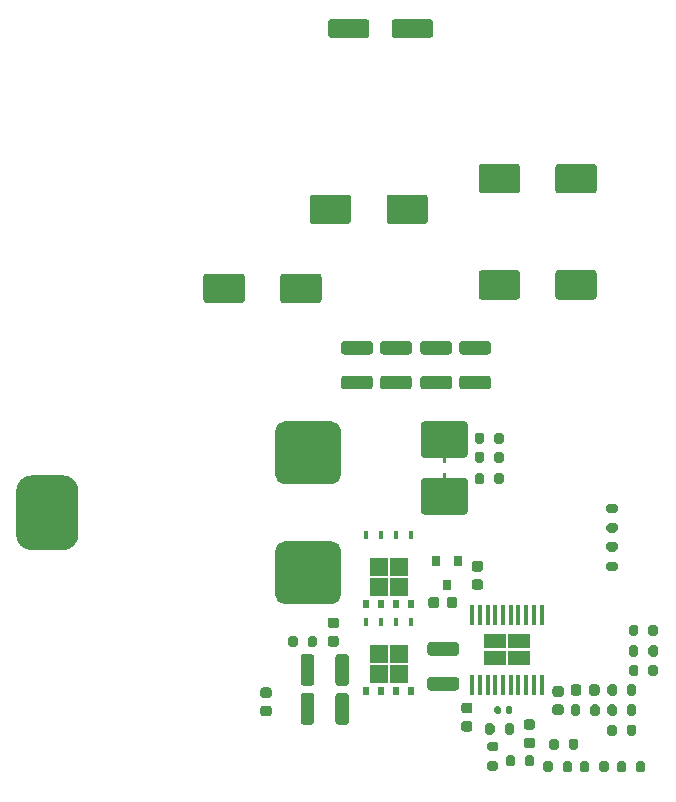
<source format=gbr>
%TF.GenerationSoftware,KiCad,Pcbnew,(5.1.7)-1*%
%TF.CreationDate,2021-06-07T18:47:12+03:00*%
%TF.ProjectId,SynchronousBuck,53796e63-6872-46f6-9e6f-75734275636b,rev?*%
%TF.SameCoordinates,Original*%
%TF.FileFunction,Paste,Top*%
%TF.FilePolarity,Positive*%
%FSLAX46Y46*%
G04 Gerber Fmt 4.6, Leading zero omitted, Abs format (unit mm)*
G04 Created by KiCad (PCBNEW (5.1.7)-1) date 2021-06-07 18:47:12*
%MOMM*%
%LPD*%
G01*
G04 APERTURE LIST*
%ADD10R,1.875000X1.275000*%
%ADD11R,0.420000X1.780000*%
%ADD12R,0.500000X0.750000*%
%ADD13R,1.500000X1.500000*%
%ADD14R,0.400000X0.750000*%
%ADD15R,0.800000X0.900000*%
G04 APERTURE END LIST*
%TO.C,C114*%
G36*
G01*
X97900000Y-73600000D02*
X97900000Y-75600000D01*
G75*
G02*
X97650000Y-75850000I-250000J0D01*
G01*
X94650000Y-75850000D01*
G75*
G02*
X94400000Y-75600000I0J250000D01*
G01*
X94400000Y-73600000D01*
G75*
G02*
X94650000Y-73350000I250000J0D01*
G01*
X97650000Y-73350000D01*
G75*
G02*
X97900000Y-73600000I0J-250000D01*
G01*
G37*
G36*
G01*
X104400000Y-73600000D02*
X104400000Y-75600000D01*
G75*
G02*
X104150000Y-75850000I-250000J0D01*
G01*
X101150000Y-75850000D01*
G75*
G02*
X100900000Y-75600000I0J250000D01*
G01*
X100900000Y-73600000D01*
G75*
G02*
X101150000Y-73350000I250000J0D01*
G01*
X104150000Y-73350000D01*
G75*
G02*
X104400000Y-73600000I0J-250000D01*
G01*
G37*
%TD*%
%TO.C,C113*%
G36*
G01*
X115200000Y-82000000D02*
X115200000Y-80000000D01*
G75*
G02*
X115450000Y-79750000I250000J0D01*
G01*
X118450000Y-79750000D01*
G75*
G02*
X118700000Y-80000000I0J-250000D01*
G01*
X118700000Y-82000000D01*
G75*
G02*
X118450000Y-82250000I-250000J0D01*
G01*
X115450000Y-82250000D01*
G75*
G02*
X115200000Y-82000000I0J250000D01*
G01*
G37*
G36*
G01*
X108700000Y-82000000D02*
X108700000Y-80000000D01*
G75*
G02*
X108950000Y-79750000I250000J0D01*
G01*
X111950000Y-79750000D01*
G75*
G02*
X112200000Y-80000000I0J-250000D01*
G01*
X112200000Y-82000000D01*
G75*
G02*
X111950000Y-82250000I-250000J0D01*
G01*
X108950000Y-82250000D01*
G75*
G02*
X108700000Y-82000000I0J250000D01*
G01*
G37*
%TD*%
%TO.C,C118*%
G36*
G01*
X88900000Y-80300000D02*
X88900000Y-82300000D01*
G75*
G02*
X88650000Y-82550000I-250000J0D01*
G01*
X85650000Y-82550000D01*
G75*
G02*
X85400000Y-82300000I0J250000D01*
G01*
X85400000Y-80300000D01*
G75*
G02*
X85650000Y-80050000I250000J0D01*
G01*
X88650000Y-80050000D01*
G75*
G02*
X88900000Y-80300000I0J-250000D01*
G01*
G37*
G36*
G01*
X95400000Y-80300000D02*
X95400000Y-82300000D01*
G75*
G02*
X95150000Y-82550000I-250000J0D01*
G01*
X92150000Y-82550000D01*
G75*
G02*
X91900000Y-82300000I0J250000D01*
G01*
X91900000Y-80300000D01*
G75*
G02*
X92150000Y-80050000I250000J0D01*
G01*
X95150000Y-80050000D01*
G75*
G02*
X95400000Y-80300000I0J-250000D01*
G01*
G37*
%TD*%
%TO.C,C112*%
G36*
G01*
X115200000Y-73000000D02*
X115200000Y-71000000D01*
G75*
G02*
X115450000Y-70750000I250000J0D01*
G01*
X118450000Y-70750000D01*
G75*
G02*
X118700000Y-71000000I0J-250000D01*
G01*
X118700000Y-73000000D01*
G75*
G02*
X118450000Y-73250000I-250000J0D01*
G01*
X115450000Y-73250000D01*
G75*
G02*
X115200000Y-73000000I0J250000D01*
G01*
G37*
G36*
G01*
X108700000Y-73000000D02*
X108700000Y-71000000D01*
G75*
G02*
X108950000Y-70750000I250000J0D01*
G01*
X111950000Y-70750000D01*
G75*
G02*
X112200000Y-71000000I0J-250000D01*
G01*
X112200000Y-73000000D01*
G75*
G02*
X111950000Y-73250000I-250000J0D01*
G01*
X108950000Y-73250000D01*
G75*
G02*
X108700000Y-73000000I0J250000D01*
G01*
G37*
%TD*%
%TO.C,C110*%
G36*
G01*
X99450000Y-58750000D02*
X99450000Y-59850000D01*
G75*
G02*
X99200000Y-60100000I-250000J0D01*
G01*
X96200000Y-60100000D01*
G75*
G02*
X95950000Y-59850000I0J250000D01*
G01*
X95950000Y-58750000D01*
G75*
G02*
X96200000Y-58500000I250000J0D01*
G01*
X99200000Y-58500000D01*
G75*
G02*
X99450000Y-58750000I0J-250000D01*
G01*
G37*
G36*
G01*
X104850000Y-58750000D02*
X104850000Y-59850000D01*
G75*
G02*
X104600000Y-60100000I-250000J0D01*
G01*
X101600000Y-60100000D01*
G75*
G02*
X101350000Y-59850000I0J250000D01*
G01*
X101350000Y-58750000D01*
G75*
G02*
X101600000Y-58500000I250000J0D01*
G01*
X104600000Y-58500000D01*
G75*
G02*
X104850000Y-58750000I0J-250000D01*
G01*
G37*
%TD*%
%TO.C,R123*%
G36*
G01*
X120275000Y-103575000D02*
X119725000Y-103575000D01*
G75*
G02*
X119525000Y-103375000I0J200000D01*
G01*
X119525000Y-102975000D01*
G75*
G02*
X119725000Y-102775000I200000J0D01*
G01*
X120275000Y-102775000D01*
G75*
G02*
X120475000Y-102975000I0J-200000D01*
G01*
X120475000Y-103375000D01*
G75*
G02*
X120275000Y-103575000I-200000J0D01*
G01*
G37*
G36*
G01*
X120275000Y-105225000D02*
X119725000Y-105225000D01*
G75*
G02*
X119525000Y-105025000I0J200000D01*
G01*
X119525000Y-104625000D01*
G75*
G02*
X119725000Y-104425000I200000J0D01*
G01*
X120275000Y-104425000D01*
G75*
G02*
X120475000Y-104625000I0J-200000D01*
G01*
X120475000Y-105025000D01*
G75*
G02*
X120275000Y-105225000I-200000J0D01*
G01*
G37*
%TD*%
%TO.C,C121*%
G36*
G01*
X104599999Y-114200000D02*
X106800001Y-114200000D01*
G75*
G02*
X107050000Y-114449999I0J-249999D01*
G01*
X107050000Y-115100001D01*
G75*
G02*
X106800001Y-115350000I-249999J0D01*
G01*
X104599999Y-115350000D01*
G75*
G02*
X104350000Y-115100001I0J249999D01*
G01*
X104350000Y-114449999D01*
G75*
G02*
X104599999Y-114200000I249999J0D01*
G01*
G37*
G36*
G01*
X104599999Y-111250000D02*
X106800001Y-111250000D01*
G75*
G02*
X107050000Y-111499999I0J-249999D01*
G01*
X107050000Y-112150001D01*
G75*
G02*
X106800001Y-112400000I-249999J0D01*
G01*
X104599999Y-112400000D01*
G75*
G02*
X104350000Y-112150001I0J249999D01*
G01*
X104350000Y-111499999D01*
G75*
G02*
X104599999Y-111250000I249999J0D01*
G01*
G37*
%TD*%
%TO.C,C120*%
G36*
G01*
X96575000Y-118000001D02*
X96575000Y-115799999D01*
G75*
G02*
X96824999Y-115550000I249999J0D01*
G01*
X97475001Y-115550000D01*
G75*
G02*
X97725000Y-115799999I0J-249999D01*
G01*
X97725000Y-118000001D01*
G75*
G02*
X97475001Y-118250000I-249999J0D01*
G01*
X96824999Y-118250000D01*
G75*
G02*
X96575000Y-118000001I0J249999D01*
G01*
G37*
G36*
G01*
X93625000Y-118000001D02*
X93625000Y-115799999D01*
G75*
G02*
X93874999Y-115550000I249999J0D01*
G01*
X94525001Y-115550000D01*
G75*
G02*
X94775000Y-115799999I0J-249999D01*
G01*
X94775000Y-118000001D01*
G75*
G02*
X94525001Y-118250000I-249999J0D01*
G01*
X93874999Y-118250000D01*
G75*
G02*
X93625000Y-118000001I0J249999D01*
G01*
G37*
%TD*%
%TO.C,C119*%
G36*
G01*
X90950000Y-115975000D02*
X90450000Y-115975000D01*
G75*
G02*
X90225000Y-115750000I0J225000D01*
G01*
X90225000Y-115300000D01*
G75*
G02*
X90450000Y-115075000I225000J0D01*
G01*
X90950000Y-115075000D01*
G75*
G02*
X91175000Y-115300000I0J-225000D01*
G01*
X91175000Y-115750000D01*
G75*
G02*
X90950000Y-115975000I-225000J0D01*
G01*
G37*
G36*
G01*
X90950000Y-117525000D02*
X90450000Y-117525000D01*
G75*
G02*
X90225000Y-117300000I0J225000D01*
G01*
X90225000Y-116850000D01*
G75*
G02*
X90450000Y-116625000I225000J0D01*
G01*
X90950000Y-116625000D01*
G75*
G02*
X91175000Y-116850000I0J-225000D01*
G01*
X91175000Y-117300000D01*
G75*
G02*
X90950000Y-117525000I-225000J0D01*
G01*
G37*
%TD*%
%TO.C,C115*%
G36*
G01*
X103999999Y-88700000D02*
X106200001Y-88700000D01*
G75*
G02*
X106450000Y-88949999I0J-249999D01*
G01*
X106450000Y-89600001D01*
G75*
G02*
X106200001Y-89850000I-249999J0D01*
G01*
X103999999Y-89850000D01*
G75*
G02*
X103750000Y-89600001I0J249999D01*
G01*
X103750000Y-88949999D01*
G75*
G02*
X103999999Y-88700000I249999J0D01*
G01*
G37*
G36*
G01*
X103999550Y-85750000D02*
X106200450Y-85750000D01*
G75*
G02*
X106450000Y-85999550I0J-249550D01*
G01*
X106450000Y-86650450D01*
G75*
G02*
X106200450Y-86900000I-249550J0D01*
G01*
X103999550Y-86900000D01*
G75*
G02*
X103750000Y-86650450I0J249550D01*
G01*
X103750000Y-85999550D01*
G75*
G02*
X103999550Y-85750000I249550J0D01*
G01*
G37*
%TD*%
%TO.C,L101*%
G36*
G01*
X96260500Y-108040000D02*
X92259500Y-108040000D01*
G75*
G02*
X91460000Y-107240500I0J799500D01*
G01*
X91460000Y-103509500D01*
G75*
G02*
X92259500Y-102710000I799500J0D01*
G01*
X96260500Y-102710000D01*
G75*
G02*
X97060000Y-103509500I0J-799500D01*
G01*
X97060000Y-107240500D01*
G75*
G02*
X96260500Y-108040000I-799500J0D01*
G01*
G37*
G36*
G01*
X96255500Y-97890000D02*
X92264500Y-97890000D01*
G75*
G02*
X91465000Y-97090500I0J799500D01*
G01*
X91465000Y-93359500D01*
G75*
G02*
X92264500Y-92560000I799500J0D01*
G01*
X96255500Y-92560000D01*
G75*
G02*
X97055000Y-93359500I0J-799500D01*
G01*
X97055000Y-97090500D01*
G75*
G02*
X96255500Y-97890000I-799500J0D01*
G01*
G37*
G36*
G01*
X73500000Y-103475000D02*
X70860000Y-103475000D01*
G75*
G02*
X69540000Y-102155000I0J1320000D01*
G01*
X69540000Y-98445000D01*
G75*
G02*
X70860000Y-97125000I1320000J0D01*
G01*
X73500000Y-97125000D01*
G75*
G02*
X74820000Y-98445000I0J-1320000D01*
G01*
X74820000Y-102155000D01*
G75*
G02*
X73500000Y-103475000I-1320000J0D01*
G01*
G37*
%TD*%
D10*
%TO.C,U101*%
X112112500Y-111187500D03*
X110087500Y-111187500D03*
X112112500Y-112612500D03*
X110087500Y-112612500D03*
D11*
X108175000Y-108930000D03*
X108825000Y-108930000D03*
X109475000Y-108930000D03*
X110125000Y-108930000D03*
X110775000Y-108930000D03*
X111425000Y-108930000D03*
X112075000Y-108930000D03*
X112725000Y-108930000D03*
X113375000Y-108930000D03*
X114025000Y-108930000D03*
X114025000Y-114870000D03*
X113375000Y-114870000D03*
X112725000Y-114870000D03*
X112075000Y-114870000D03*
X111425000Y-114870000D03*
X110775000Y-114870000D03*
X110125000Y-114870000D03*
X109475000Y-114870000D03*
X108825000Y-114870000D03*
X108175000Y-114870000D03*
%TD*%
%TO.C,C117*%
G36*
G01*
X109500001Y-86900000D02*
X107299999Y-86900000D01*
G75*
G02*
X107050000Y-86650001I0J249999D01*
G01*
X107050000Y-85999999D01*
G75*
G02*
X107299999Y-85750000I249999J0D01*
G01*
X109500001Y-85750000D01*
G75*
G02*
X109750000Y-85999999I0J-249999D01*
G01*
X109750000Y-86650001D01*
G75*
G02*
X109500001Y-86900000I-249999J0D01*
G01*
G37*
G36*
G01*
X109500001Y-89850000D02*
X107299999Y-89850000D01*
G75*
G02*
X107050000Y-89600001I0J249999D01*
G01*
X107050000Y-88949999D01*
G75*
G02*
X107299999Y-88700000I249999J0D01*
G01*
X109500001Y-88700000D01*
G75*
G02*
X109750000Y-88949999I0J-249999D01*
G01*
X109750000Y-89600001D01*
G75*
G02*
X109500001Y-89850000I-249999J0D01*
G01*
G37*
%TD*%
%TO.C,C116*%
G36*
G01*
X99500001Y-86900000D02*
X97299999Y-86900000D01*
G75*
G02*
X97050000Y-86650001I0J249999D01*
G01*
X97050000Y-85999999D01*
G75*
G02*
X97299999Y-85750000I249999J0D01*
G01*
X99500001Y-85750000D01*
G75*
G02*
X99750000Y-85999999I0J-249999D01*
G01*
X99750000Y-86650001D01*
G75*
G02*
X99500001Y-86900000I-249999J0D01*
G01*
G37*
G36*
G01*
X99500001Y-89850000D02*
X97299999Y-89850000D01*
G75*
G02*
X97050000Y-89600001I0J249999D01*
G01*
X97050000Y-88949999D01*
G75*
G02*
X97299999Y-88700000I249999J0D01*
G01*
X99500001Y-88700000D01*
G75*
G02*
X99750000Y-88949999I0J-249999D01*
G01*
X99750000Y-89600001D01*
G75*
G02*
X99500001Y-89850000I-249999J0D01*
G01*
G37*
%TD*%
%TO.C,R121*%
G36*
G01*
X120275000Y-100325000D02*
X119725000Y-100325000D01*
G75*
G02*
X119525000Y-100125000I0J200000D01*
G01*
X119525000Y-99725000D01*
G75*
G02*
X119725000Y-99525000I200000J0D01*
G01*
X120275000Y-99525000D01*
G75*
G02*
X120475000Y-99725000I0J-200000D01*
G01*
X120475000Y-100125000D01*
G75*
G02*
X120275000Y-100325000I-200000J0D01*
G01*
G37*
G36*
G01*
X120275000Y-101975000D02*
X119725000Y-101975000D01*
G75*
G02*
X119525000Y-101775000I0J200000D01*
G01*
X119525000Y-101375000D01*
G75*
G02*
X119725000Y-101175000I200000J0D01*
G01*
X120275000Y-101175000D01*
G75*
G02*
X120475000Y-101375000I0J-200000D01*
G01*
X120475000Y-101775000D01*
G75*
G02*
X120275000Y-101975000I-200000J0D01*
G01*
G37*
%TD*%
%TO.C,R119*%
G36*
G01*
X122225000Y-111725000D02*
X122225000Y-112275000D01*
G75*
G02*
X122025000Y-112475000I-200000J0D01*
G01*
X121625000Y-112475000D01*
G75*
G02*
X121425000Y-112275000I0J200000D01*
G01*
X121425000Y-111725000D01*
G75*
G02*
X121625000Y-111525000I200000J0D01*
G01*
X122025000Y-111525000D01*
G75*
G02*
X122225000Y-111725000I0J-200000D01*
G01*
G37*
G36*
G01*
X123875000Y-111725000D02*
X123875000Y-112275000D01*
G75*
G02*
X123675000Y-112475000I-200000J0D01*
G01*
X123275000Y-112475000D01*
G75*
G02*
X123075000Y-112275000I0J200000D01*
G01*
X123075000Y-111725000D01*
G75*
G02*
X123275000Y-111525000I200000J0D01*
G01*
X123675000Y-111525000D01*
G75*
G02*
X123875000Y-111725000I0J-200000D01*
G01*
G37*
%TD*%
%TO.C,R118*%
G36*
G01*
X123075000Y-110525000D02*
X123075000Y-109975000D01*
G75*
G02*
X123275000Y-109775000I200000J0D01*
G01*
X123675000Y-109775000D01*
G75*
G02*
X123875000Y-109975000I0J-200000D01*
G01*
X123875000Y-110525000D01*
G75*
G02*
X123675000Y-110725000I-200000J0D01*
G01*
X123275000Y-110725000D01*
G75*
G02*
X123075000Y-110525000I0J200000D01*
G01*
G37*
G36*
G01*
X121425000Y-110525000D02*
X121425000Y-109975000D01*
G75*
G02*
X121625000Y-109775000I200000J0D01*
G01*
X122025000Y-109775000D01*
G75*
G02*
X122225000Y-109975000I0J-200000D01*
G01*
X122225000Y-110525000D01*
G75*
G02*
X122025000Y-110725000I-200000J0D01*
G01*
X121625000Y-110725000D01*
G75*
G02*
X121425000Y-110525000I0J200000D01*
G01*
G37*
%TD*%
%TO.C,R117*%
G36*
G01*
X122225000Y-113375000D02*
X122225000Y-113925000D01*
G75*
G02*
X122025000Y-114125000I-200000J0D01*
G01*
X121625000Y-114125000D01*
G75*
G02*
X121425000Y-113925000I0J200000D01*
G01*
X121425000Y-113375000D01*
G75*
G02*
X121625000Y-113175000I200000J0D01*
G01*
X122025000Y-113175000D01*
G75*
G02*
X122225000Y-113375000I0J-200000D01*
G01*
G37*
G36*
G01*
X123875000Y-113375000D02*
X123875000Y-113925000D01*
G75*
G02*
X123675000Y-114125000I-200000J0D01*
G01*
X123275000Y-114125000D01*
G75*
G02*
X123075000Y-113925000I0J200000D01*
G01*
X123075000Y-113375000D01*
G75*
G02*
X123275000Y-113175000I200000J0D01*
G01*
X123675000Y-113175000D01*
G75*
G02*
X123875000Y-113375000I0J-200000D01*
G01*
G37*
%TD*%
%TO.C,R105*%
G36*
G01*
X107490000Y-100450000D02*
X104110000Y-100450000D01*
G75*
G02*
X103800000Y-100140000I0J310000D01*
G01*
X103800000Y-97660000D01*
G75*
G02*
X104110000Y-97350000I310000J0D01*
G01*
X107490000Y-97350000D01*
G75*
G02*
X107800000Y-97660000I0J-310000D01*
G01*
X107800000Y-100140000D01*
G75*
G02*
X107490000Y-100450000I-310000J0D01*
G01*
G37*
G36*
G01*
X107490000Y-95650000D02*
X104110000Y-95650000D01*
G75*
G02*
X103800000Y-95340000I0J310000D01*
G01*
X103800000Y-92860000D01*
G75*
G02*
X104110000Y-92550000I310000J0D01*
G01*
X107490000Y-92550000D01*
G75*
G02*
X107800000Y-92860000I0J-310000D01*
G01*
X107800000Y-95340000D01*
G75*
G02*
X107490000Y-95650000I-310000J0D01*
G01*
G37*
G36*
G01*
X105920000Y-96100000D02*
X105680000Y-96100000D01*
G75*
G02*
X105650000Y-96070000I0J30000D01*
G01*
X105650000Y-95530000D01*
G75*
G02*
X105680000Y-95500000I30000J0D01*
G01*
X105920000Y-95500000D01*
G75*
G02*
X105950000Y-95530000I0J-30000D01*
G01*
X105950000Y-96070000D01*
G75*
G02*
X105920000Y-96100000I-30000J0D01*
G01*
G37*
G36*
G01*
X105920000Y-97500000D02*
X105680000Y-97500000D01*
G75*
G02*
X105650000Y-97470000I0J30000D01*
G01*
X105650000Y-96930000D01*
G75*
G02*
X105680000Y-96900000I30000J0D01*
G01*
X105920000Y-96900000D01*
G75*
G02*
X105950000Y-96930000I0J-30000D01*
G01*
X105950000Y-97470000D01*
G75*
G02*
X105920000Y-97500000I-30000J0D01*
G01*
G37*
%TD*%
%TO.C,C102*%
G36*
G01*
X111000000Y-117170000D02*
X111000000Y-116830000D01*
G75*
G02*
X111140000Y-116690000I140000J0D01*
G01*
X111420000Y-116690000D01*
G75*
G02*
X111560000Y-116830000I0J-140000D01*
G01*
X111560000Y-117170000D01*
G75*
G02*
X111420000Y-117310000I-140000J0D01*
G01*
X111140000Y-117310000D01*
G75*
G02*
X111000000Y-117170000I0J140000D01*
G01*
G37*
G36*
G01*
X110040000Y-117170000D02*
X110040000Y-116830000D01*
G75*
G02*
X110180000Y-116690000I140000J0D01*
G01*
X110460000Y-116690000D01*
G75*
G02*
X110600000Y-116830000I0J-140000D01*
G01*
X110600000Y-117170000D01*
G75*
G02*
X110460000Y-117310000I-140000J0D01*
G01*
X110180000Y-117310000D01*
G75*
G02*
X110040000Y-117170000I0J140000D01*
G01*
G37*
%TD*%
%TO.C,C108*%
G36*
G01*
X96150000Y-110725000D02*
X96650000Y-110725000D01*
G75*
G02*
X96875000Y-110950000I0J-225000D01*
G01*
X96875000Y-111400000D01*
G75*
G02*
X96650000Y-111625000I-225000J0D01*
G01*
X96150000Y-111625000D01*
G75*
G02*
X95925000Y-111400000I0J225000D01*
G01*
X95925000Y-110950000D01*
G75*
G02*
X96150000Y-110725000I225000J0D01*
G01*
G37*
G36*
G01*
X96150000Y-109175000D02*
X96650000Y-109175000D01*
G75*
G02*
X96875000Y-109400000I0J-225000D01*
G01*
X96875000Y-109850000D01*
G75*
G02*
X96650000Y-110075000I-225000J0D01*
G01*
X96150000Y-110075000D01*
G75*
G02*
X95925000Y-109850000I0J225000D01*
G01*
X95925000Y-109400000D01*
G75*
G02*
X96150000Y-109175000I225000J0D01*
G01*
G37*
%TD*%
%TO.C,C107*%
G36*
G01*
X108850000Y-105275000D02*
X108350000Y-105275000D01*
G75*
G02*
X108125000Y-105050000I0J225000D01*
G01*
X108125000Y-104600000D01*
G75*
G02*
X108350000Y-104375000I225000J0D01*
G01*
X108850000Y-104375000D01*
G75*
G02*
X109075000Y-104600000I0J-225000D01*
G01*
X109075000Y-105050000D01*
G75*
G02*
X108850000Y-105275000I-225000J0D01*
G01*
G37*
G36*
G01*
X108850000Y-106825000D02*
X108350000Y-106825000D01*
G75*
G02*
X108125000Y-106600000I0J225000D01*
G01*
X108125000Y-106150000D01*
G75*
G02*
X108350000Y-105925000I225000J0D01*
G01*
X108850000Y-105925000D01*
G75*
G02*
X109075000Y-106150000I0J-225000D01*
G01*
X109075000Y-106600000D01*
G75*
G02*
X108850000Y-106825000I-225000J0D01*
G01*
G37*
%TD*%
%TO.C,C106*%
G36*
G01*
X117400000Y-115050000D02*
X117400000Y-115550000D01*
G75*
G02*
X117175000Y-115775000I-225000J0D01*
G01*
X116725000Y-115775000D01*
G75*
G02*
X116500000Y-115550000I0J225000D01*
G01*
X116500000Y-115050000D01*
G75*
G02*
X116725000Y-114825000I225000J0D01*
G01*
X117175000Y-114825000D01*
G75*
G02*
X117400000Y-115050000I0J-225000D01*
G01*
G37*
G36*
G01*
X118950000Y-115050000D02*
X118950000Y-115550000D01*
G75*
G02*
X118725000Y-115775000I-225000J0D01*
G01*
X118275000Y-115775000D01*
G75*
G02*
X118050000Y-115550000I0J225000D01*
G01*
X118050000Y-115050000D01*
G75*
G02*
X118275000Y-114825000I225000J0D01*
G01*
X118725000Y-114825000D01*
G75*
G02*
X118950000Y-115050000I0J-225000D01*
G01*
G37*
%TD*%
%TO.C,C105*%
G36*
G01*
X105350000Y-107650000D02*
X105350000Y-108150000D01*
G75*
G02*
X105125000Y-108375000I-225000J0D01*
G01*
X104675000Y-108375000D01*
G75*
G02*
X104450000Y-108150000I0J225000D01*
G01*
X104450000Y-107650000D01*
G75*
G02*
X104675000Y-107425000I225000J0D01*
G01*
X105125000Y-107425000D01*
G75*
G02*
X105350000Y-107650000I0J-225000D01*
G01*
G37*
G36*
G01*
X106900000Y-107650000D02*
X106900000Y-108150000D01*
G75*
G02*
X106675000Y-108375000I-225000J0D01*
G01*
X106225000Y-108375000D01*
G75*
G02*
X106000000Y-108150000I0J225000D01*
G01*
X106000000Y-107650000D01*
G75*
G02*
X106225000Y-107425000I225000J0D01*
G01*
X106675000Y-107425000D01*
G75*
G02*
X106900000Y-107650000I0J-225000D01*
G01*
G37*
%TD*%
%TO.C,C104*%
G36*
G01*
X115675000Y-115875000D02*
X115175000Y-115875000D01*
G75*
G02*
X114950000Y-115650000I0J225000D01*
G01*
X114950000Y-115200000D01*
G75*
G02*
X115175000Y-114975000I225000J0D01*
G01*
X115675000Y-114975000D01*
G75*
G02*
X115900000Y-115200000I0J-225000D01*
G01*
X115900000Y-115650000D01*
G75*
G02*
X115675000Y-115875000I-225000J0D01*
G01*
G37*
G36*
G01*
X115675000Y-117425000D02*
X115175000Y-117425000D01*
G75*
G02*
X114950000Y-117200000I0J225000D01*
G01*
X114950000Y-116750000D01*
G75*
G02*
X115175000Y-116525000I225000J0D01*
G01*
X115675000Y-116525000D01*
G75*
G02*
X115900000Y-116750000I0J-225000D01*
G01*
X115900000Y-117200000D01*
G75*
G02*
X115675000Y-117425000I-225000J0D01*
G01*
G37*
%TD*%
%TO.C,C103*%
G36*
G01*
X112750000Y-119325000D02*
X113250000Y-119325000D01*
G75*
G02*
X113475000Y-119550000I0J-225000D01*
G01*
X113475000Y-120000000D01*
G75*
G02*
X113250000Y-120225000I-225000J0D01*
G01*
X112750000Y-120225000D01*
G75*
G02*
X112525000Y-120000000I0J225000D01*
G01*
X112525000Y-119550000D01*
G75*
G02*
X112750000Y-119325000I225000J0D01*
G01*
G37*
G36*
G01*
X112750000Y-117775000D02*
X113250000Y-117775000D01*
G75*
G02*
X113475000Y-118000000I0J-225000D01*
G01*
X113475000Y-118450000D01*
G75*
G02*
X113250000Y-118675000I-225000J0D01*
G01*
X112750000Y-118675000D01*
G75*
G02*
X112525000Y-118450000I0J225000D01*
G01*
X112525000Y-118000000D01*
G75*
G02*
X112750000Y-117775000I225000J0D01*
G01*
G37*
%TD*%
%TO.C,R116*%
G36*
G01*
X120400000Y-116725000D02*
X120400000Y-117275000D01*
G75*
G02*
X120200000Y-117475000I-200000J0D01*
G01*
X119800000Y-117475000D01*
G75*
G02*
X119600000Y-117275000I0J200000D01*
G01*
X119600000Y-116725000D01*
G75*
G02*
X119800000Y-116525000I200000J0D01*
G01*
X120200000Y-116525000D01*
G75*
G02*
X120400000Y-116725000I0J-200000D01*
G01*
G37*
G36*
G01*
X122050000Y-116725000D02*
X122050000Y-117275000D01*
G75*
G02*
X121850000Y-117475000I-200000J0D01*
G01*
X121450000Y-117475000D01*
G75*
G02*
X121250000Y-117275000I0J200000D01*
G01*
X121250000Y-116725000D01*
G75*
G02*
X121450000Y-116525000I200000J0D01*
G01*
X121850000Y-116525000D01*
G75*
G02*
X122050000Y-116725000I0J-200000D01*
G01*
G37*
%TD*%
%TO.C,R115*%
G36*
G01*
X120400000Y-118425000D02*
X120400000Y-118975000D01*
G75*
G02*
X120200000Y-119175000I-200000J0D01*
G01*
X119800000Y-119175000D01*
G75*
G02*
X119600000Y-118975000I0J200000D01*
G01*
X119600000Y-118425000D01*
G75*
G02*
X119800000Y-118225000I200000J0D01*
G01*
X120200000Y-118225000D01*
G75*
G02*
X120400000Y-118425000I0J-200000D01*
G01*
G37*
G36*
G01*
X122050000Y-118425000D02*
X122050000Y-118975000D01*
G75*
G02*
X121850000Y-119175000I-200000J0D01*
G01*
X121450000Y-119175000D01*
G75*
G02*
X121250000Y-118975000I0J200000D01*
G01*
X121250000Y-118425000D01*
G75*
G02*
X121450000Y-118225000I200000J0D01*
G01*
X121850000Y-118225000D01*
G75*
G02*
X122050000Y-118425000I0J-200000D01*
G01*
G37*
%TD*%
%TO.C,R114*%
G36*
G01*
X110025000Y-94275000D02*
X110025000Y-93725000D01*
G75*
G02*
X110225000Y-93525000I200000J0D01*
G01*
X110625000Y-93525000D01*
G75*
G02*
X110825000Y-93725000I0J-200000D01*
G01*
X110825000Y-94275000D01*
G75*
G02*
X110625000Y-94475000I-200000J0D01*
G01*
X110225000Y-94475000D01*
G75*
G02*
X110025000Y-94275000I0J200000D01*
G01*
G37*
G36*
G01*
X108375000Y-94275000D02*
X108375000Y-93725000D01*
G75*
G02*
X108575000Y-93525000I200000J0D01*
G01*
X108975000Y-93525000D01*
G75*
G02*
X109175000Y-93725000I0J-200000D01*
G01*
X109175000Y-94275000D01*
G75*
G02*
X108975000Y-94475000I-200000J0D01*
G01*
X108575000Y-94475000D01*
G75*
G02*
X108375000Y-94275000I0J200000D01*
G01*
G37*
%TD*%
%TO.C,R113*%
G36*
G01*
X110025000Y-95875000D02*
X110025000Y-95325000D01*
G75*
G02*
X110225000Y-95125000I200000J0D01*
G01*
X110625000Y-95125000D01*
G75*
G02*
X110825000Y-95325000I0J-200000D01*
G01*
X110825000Y-95875000D01*
G75*
G02*
X110625000Y-96075000I-200000J0D01*
G01*
X110225000Y-96075000D01*
G75*
G02*
X110025000Y-95875000I0J200000D01*
G01*
G37*
G36*
G01*
X108375000Y-95875000D02*
X108375000Y-95325000D01*
G75*
G02*
X108575000Y-95125000I200000J0D01*
G01*
X108975000Y-95125000D01*
G75*
G02*
X109175000Y-95325000I0J-200000D01*
G01*
X109175000Y-95875000D01*
G75*
G02*
X108975000Y-96075000I-200000J0D01*
G01*
X108575000Y-96075000D01*
G75*
G02*
X108375000Y-95875000I0J200000D01*
G01*
G37*
%TD*%
%TO.C,R112*%
G36*
G01*
X110025000Y-97675000D02*
X110025000Y-97125000D01*
G75*
G02*
X110225000Y-96925000I200000J0D01*
G01*
X110625000Y-96925000D01*
G75*
G02*
X110825000Y-97125000I0J-200000D01*
G01*
X110825000Y-97675000D01*
G75*
G02*
X110625000Y-97875000I-200000J0D01*
G01*
X110225000Y-97875000D01*
G75*
G02*
X110025000Y-97675000I0J200000D01*
G01*
G37*
G36*
G01*
X108375000Y-97675000D02*
X108375000Y-97125000D01*
G75*
G02*
X108575000Y-96925000I200000J0D01*
G01*
X108975000Y-96925000D01*
G75*
G02*
X109175000Y-97125000I0J-200000D01*
G01*
X109175000Y-97675000D01*
G75*
G02*
X108975000Y-97875000I-200000J0D01*
G01*
X108575000Y-97875000D01*
G75*
G02*
X108375000Y-97675000I0J200000D01*
G01*
G37*
%TD*%
%TO.C,R111*%
G36*
G01*
X112625000Y-121575000D02*
X112625000Y-121025000D01*
G75*
G02*
X112825000Y-120825000I200000J0D01*
G01*
X113225000Y-120825000D01*
G75*
G02*
X113425000Y-121025000I0J-200000D01*
G01*
X113425000Y-121575000D01*
G75*
G02*
X113225000Y-121775000I-200000J0D01*
G01*
X112825000Y-121775000D01*
G75*
G02*
X112625000Y-121575000I0J200000D01*
G01*
G37*
G36*
G01*
X110975000Y-121575000D02*
X110975000Y-121025000D01*
G75*
G02*
X111175000Y-120825000I200000J0D01*
G01*
X111575000Y-120825000D01*
G75*
G02*
X111775000Y-121025000I0J-200000D01*
G01*
X111775000Y-121575000D01*
G75*
G02*
X111575000Y-121775000I-200000J0D01*
G01*
X111175000Y-121775000D01*
G75*
G02*
X110975000Y-121575000I0J200000D01*
G01*
G37*
%TD*%
%TO.C,R110*%
G36*
G01*
X114975000Y-121525000D02*
X114975000Y-122075000D01*
G75*
G02*
X114775000Y-122275000I-200000J0D01*
G01*
X114375000Y-122275000D01*
G75*
G02*
X114175000Y-122075000I0J200000D01*
G01*
X114175000Y-121525000D01*
G75*
G02*
X114375000Y-121325000I200000J0D01*
G01*
X114775000Y-121325000D01*
G75*
G02*
X114975000Y-121525000I0J-200000D01*
G01*
G37*
G36*
G01*
X116625000Y-121525000D02*
X116625000Y-122075000D01*
G75*
G02*
X116425000Y-122275000I-200000J0D01*
G01*
X116025000Y-122275000D01*
G75*
G02*
X115825000Y-122075000I0J200000D01*
G01*
X115825000Y-121525000D01*
G75*
G02*
X116025000Y-121325000I200000J0D01*
G01*
X116425000Y-121325000D01*
G75*
G02*
X116625000Y-121525000I0J-200000D01*
G01*
G37*
%TD*%
%TO.C,R109*%
G36*
G01*
X118075000Y-121525000D02*
X118075000Y-122075000D01*
G75*
G02*
X117875000Y-122275000I-200000J0D01*
G01*
X117475000Y-122275000D01*
G75*
G02*
X117275000Y-122075000I0J200000D01*
G01*
X117275000Y-121525000D01*
G75*
G02*
X117475000Y-121325000I200000J0D01*
G01*
X117875000Y-121325000D01*
G75*
G02*
X118075000Y-121525000I0J-200000D01*
G01*
G37*
G36*
G01*
X119725000Y-121525000D02*
X119725000Y-122075000D01*
G75*
G02*
X119525000Y-122275000I-200000J0D01*
G01*
X119125000Y-122275000D01*
G75*
G02*
X118925000Y-122075000I0J200000D01*
G01*
X118925000Y-121525000D01*
G75*
G02*
X119125000Y-121325000I200000J0D01*
G01*
X119525000Y-121325000D01*
G75*
G02*
X119725000Y-121525000I0J-200000D01*
G01*
G37*
%TD*%
D12*
%TO.C,Q102*%
X99195000Y-108005000D03*
X100465000Y-108005000D03*
X101735000Y-108005000D03*
X103005000Y-108005000D03*
D13*
X100250000Y-104900000D03*
X101950000Y-104900000D03*
X100250000Y-106600000D03*
X101950000Y-106600000D03*
D14*
X99195000Y-102200000D03*
X100465000Y-102200000D03*
X101735000Y-102200000D03*
X103005000Y-102200000D03*
%TD*%
%TO.C,R108*%
G36*
G01*
X115475000Y-119625000D02*
X115475000Y-120175000D01*
G75*
G02*
X115275000Y-120375000I-200000J0D01*
G01*
X114875000Y-120375000D01*
G75*
G02*
X114675000Y-120175000I0J200000D01*
G01*
X114675000Y-119625000D01*
G75*
G02*
X114875000Y-119425000I200000J0D01*
G01*
X115275000Y-119425000D01*
G75*
G02*
X115475000Y-119625000I0J-200000D01*
G01*
G37*
G36*
G01*
X117125000Y-119625000D02*
X117125000Y-120175000D01*
G75*
G02*
X116925000Y-120375000I-200000J0D01*
G01*
X116525000Y-120375000D01*
G75*
G02*
X116325000Y-120175000I0J200000D01*
G01*
X116325000Y-119625000D01*
G75*
G02*
X116525000Y-119425000I200000J0D01*
G01*
X116925000Y-119425000D01*
G75*
G02*
X117125000Y-119625000I0J-200000D01*
G01*
G37*
%TD*%
%TO.C,R107*%
G36*
G01*
X121250000Y-115575000D02*
X121250000Y-115025000D01*
G75*
G02*
X121450000Y-114825000I200000J0D01*
G01*
X121850000Y-114825000D01*
G75*
G02*
X122050000Y-115025000I0J-200000D01*
G01*
X122050000Y-115575000D01*
G75*
G02*
X121850000Y-115775000I-200000J0D01*
G01*
X121450000Y-115775000D01*
G75*
G02*
X121250000Y-115575000I0J200000D01*
G01*
G37*
G36*
G01*
X119600000Y-115575000D02*
X119600000Y-115025000D01*
G75*
G02*
X119800000Y-114825000I200000J0D01*
G01*
X120200000Y-114825000D01*
G75*
G02*
X120400000Y-115025000I0J-200000D01*
G01*
X120400000Y-115575000D01*
G75*
G02*
X120200000Y-115775000I-200000J0D01*
G01*
X119800000Y-115775000D01*
G75*
G02*
X119600000Y-115575000I0J200000D01*
G01*
G37*
%TD*%
%TO.C,R106*%
G36*
G01*
X93375000Y-110925000D02*
X93375000Y-111475000D01*
G75*
G02*
X93175000Y-111675000I-200000J0D01*
G01*
X92775000Y-111675000D01*
G75*
G02*
X92575000Y-111475000I0J200000D01*
G01*
X92575000Y-110925000D01*
G75*
G02*
X92775000Y-110725000I200000J0D01*
G01*
X93175000Y-110725000D01*
G75*
G02*
X93375000Y-110925000I0J-200000D01*
G01*
G37*
G36*
G01*
X95025000Y-110925000D02*
X95025000Y-111475000D01*
G75*
G02*
X94825000Y-111675000I-200000J0D01*
G01*
X94425000Y-111675000D01*
G75*
G02*
X94225000Y-111475000I0J200000D01*
G01*
X94225000Y-110925000D01*
G75*
G02*
X94425000Y-110725000I200000J0D01*
G01*
X94825000Y-110725000D01*
G75*
G02*
X95025000Y-110925000I0J-200000D01*
G01*
G37*
%TD*%
%TO.C,R104*%
G36*
G01*
X117300000Y-116725000D02*
X117300000Y-117275000D01*
G75*
G02*
X117100000Y-117475000I-200000J0D01*
G01*
X116700000Y-117475000D01*
G75*
G02*
X116500000Y-117275000I0J200000D01*
G01*
X116500000Y-116725000D01*
G75*
G02*
X116700000Y-116525000I200000J0D01*
G01*
X117100000Y-116525000D01*
G75*
G02*
X117300000Y-116725000I0J-200000D01*
G01*
G37*
G36*
G01*
X118950000Y-116725000D02*
X118950000Y-117275000D01*
G75*
G02*
X118750000Y-117475000I-200000J0D01*
G01*
X118350000Y-117475000D01*
G75*
G02*
X118150000Y-117275000I0J200000D01*
G01*
X118150000Y-116725000D01*
G75*
G02*
X118350000Y-116525000I200000J0D01*
G01*
X118750000Y-116525000D01*
G75*
G02*
X118950000Y-116725000I0J-200000D01*
G01*
G37*
%TD*%
%TO.C,R103*%
G36*
G01*
X110900000Y-118875000D02*
X110900000Y-118325000D01*
G75*
G02*
X111100000Y-118125000I200000J0D01*
G01*
X111500000Y-118125000D01*
G75*
G02*
X111700000Y-118325000I0J-200000D01*
G01*
X111700000Y-118875000D01*
G75*
G02*
X111500000Y-119075000I-200000J0D01*
G01*
X111100000Y-119075000D01*
G75*
G02*
X110900000Y-118875000I0J200000D01*
G01*
G37*
G36*
G01*
X109250000Y-118875000D02*
X109250000Y-118325000D01*
G75*
G02*
X109450000Y-118125000I200000J0D01*
G01*
X109850000Y-118125000D01*
G75*
G02*
X110050000Y-118325000I0J-200000D01*
G01*
X110050000Y-118875000D01*
G75*
G02*
X109850000Y-119075000I-200000J0D01*
G01*
X109450000Y-119075000D01*
G75*
G02*
X109250000Y-118875000I0J200000D01*
G01*
G37*
%TD*%
%TO.C,R102*%
G36*
G01*
X110175000Y-120475000D02*
X109625000Y-120475000D01*
G75*
G02*
X109425000Y-120275000I0J200000D01*
G01*
X109425000Y-119875000D01*
G75*
G02*
X109625000Y-119675000I200000J0D01*
G01*
X110175000Y-119675000D01*
G75*
G02*
X110375000Y-119875000I0J-200000D01*
G01*
X110375000Y-120275000D01*
G75*
G02*
X110175000Y-120475000I-200000J0D01*
G01*
G37*
G36*
G01*
X110175000Y-122125000D02*
X109625000Y-122125000D01*
G75*
G02*
X109425000Y-121925000I0J200000D01*
G01*
X109425000Y-121525000D01*
G75*
G02*
X109625000Y-121325000I200000J0D01*
G01*
X110175000Y-121325000D01*
G75*
G02*
X110375000Y-121525000I0J-200000D01*
G01*
X110375000Y-121925000D01*
G75*
G02*
X110175000Y-122125000I-200000J0D01*
G01*
G37*
%TD*%
%TO.C,R101*%
G36*
G01*
X121175000Y-121525000D02*
X121175000Y-122075000D01*
G75*
G02*
X120975000Y-122275000I-200000J0D01*
G01*
X120575000Y-122275000D01*
G75*
G02*
X120375000Y-122075000I0J200000D01*
G01*
X120375000Y-121525000D01*
G75*
G02*
X120575000Y-121325000I200000J0D01*
G01*
X120975000Y-121325000D01*
G75*
G02*
X121175000Y-121525000I0J-200000D01*
G01*
G37*
G36*
G01*
X122825000Y-121525000D02*
X122825000Y-122075000D01*
G75*
G02*
X122625000Y-122275000I-200000J0D01*
G01*
X122225000Y-122275000D01*
G75*
G02*
X122025000Y-122075000I0J200000D01*
G01*
X122025000Y-121525000D01*
G75*
G02*
X122225000Y-121325000I200000J0D01*
G01*
X122625000Y-121325000D01*
G75*
G02*
X122825000Y-121525000I0J-200000D01*
G01*
G37*
%TD*%
D12*
%TO.C,Q101*%
X99195000Y-115355000D03*
X100465000Y-115355000D03*
X101735000Y-115355000D03*
X103005000Y-115355000D03*
D13*
X100250000Y-112250000D03*
X101950000Y-112250000D03*
X100250000Y-113950000D03*
X101950000Y-113950000D03*
D14*
X99195000Y-109550000D03*
X100465000Y-109550000D03*
X101735000Y-109550000D03*
X103005000Y-109550000D03*
%TD*%
D15*
%TO.C,D101*%
X106000000Y-106400000D03*
X105050000Y-104400000D03*
X106950000Y-104400000D03*
%TD*%
%TO.C,C111*%
G36*
G01*
X94775000Y-112499999D02*
X94775000Y-114700001D01*
G75*
G02*
X94525001Y-114950000I-249999J0D01*
G01*
X93874999Y-114950000D01*
G75*
G02*
X93625000Y-114700001I0J249999D01*
G01*
X93625000Y-112499999D01*
G75*
G02*
X93874999Y-112250000I249999J0D01*
G01*
X94525001Y-112250000D01*
G75*
G02*
X94775000Y-112499999I0J-249999D01*
G01*
G37*
G36*
G01*
X97725000Y-112499999D02*
X97725000Y-114700001D01*
G75*
G02*
X97475001Y-114950000I-249999J0D01*
G01*
X96824999Y-114950000D01*
G75*
G02*
X96575000Y-114700001I0J249999D01*
G01*
X96575000Y-112499999D01*
G75*
G02*
X96824999Y-112250000I249999J0D01*
G01*
X97475001Y-112250000D01*
G75*
G02*
X97725000Y-112499999I0J-249999D01*
G01*
G37*
%TD*%
%TO.C,C109*%
G36*
G01*
X100599999Y-88700000D02*
X102800001Y-88700000D01*
G75*
G02*
X103050000Y-88949999I0J-249999D01*
G01*
X103050000Y-89600001D01*
G75*
G02*
X102800001Y-89850000I-249999J0D01*
G01*
X100599999Y-89850000D01*
G75*
G02*
X100350000Y-89600001I0J249999D01*
G01*
X100350000Y-88949999D01*
G75*
G02*
X100599999Y-88700000I249999J0D01*
G01*
G37*
G36*
G01*
X100599550Y-85750000D02*
X102800450Y-85750000D01*
G75*
G02*
X103050000Y-85999550I0J-249550D01*
G01*
X103050000Y-86650450D01*
G75*
G02*
X102800450Y-86900000I-249550J0D01*
G01*
X100599550Y-86900000D01*
G75*
G02*
X100350000Y-86650450I0J249550D01*
G01*
X100350000Y-85999550D01*
G75*
G02*
X100599550Y-85750000I249550J0D01*
G01*
G37*
%TD*%
%TO.C,C101*%
G36*
G01*
X107450000Y-117925000D02*
X107950000Y-117925000D01*
G75*
G02*
X108175000Y-118150000I0J-225000D01*
G01*
X108175000Y-118600000D01*
G75*
G02*
X107950000Y-118825000I-225000J0D01*
G01*
X107450000Y-118825000D01*
G75*
G02*
X107225000Y-118600000I0J225000D01*
G01*
X107225000Y-118150000D01*
G75*
G02*
X107450000Y-117925000I225000J0D01*
G01*
G37*
G36*
G01*
X107450000Y-116375000D02*
X107950000Y-116375000D01*
G75*
G02*
X108175000Y-116600000I0J-225000D01*
G01*
X108175000Y-117050000D01*
G75*
G02*
X107950000Y-117275000I-225000J0D01*
G01*
X107450000Y-117275000D01*
G75*
G02*
X107225000Y-117050000I0J225000D01*
G01*
X107225000Y-116600000D01*
G75*
G02*
X107450000Y-116375000I225000J0D01*
G01*
G37*
%TD*%
M02*

</source>
